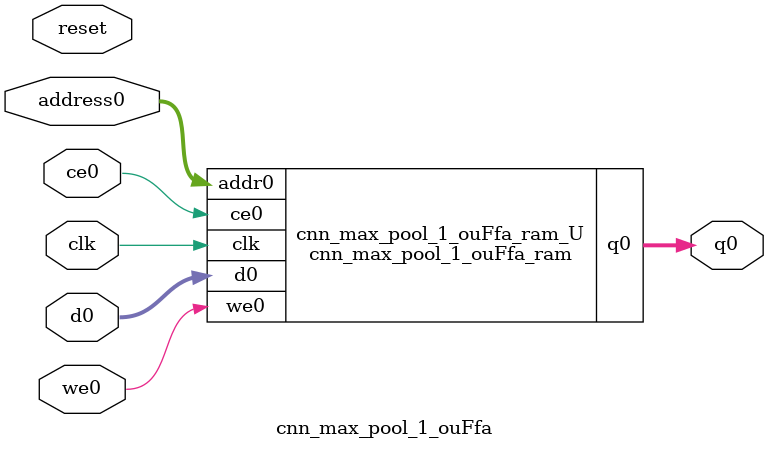
<source format=v>
`timescale 1 ns / 1 ps
module cnn_max_pool_1_ouFfa_ram (addr0, ce0, d0, we0, q0,  clk);

parameter DWIDTH = 14;
parameter AWIDTH = 10;
parameter MEM_SIZE = 1014;

input[AWIDTH-1:0] addr0;
input ce0;
input[DWIDTH-1:0] d0;
input we0;
output reg[DWIDTH-1:0] q0;
input clk;

(* ram_style = "block" *)reg [DWIDTH-1:0] ram[0:MEM_SIZE-1];




always @(posedge clk)  
begin 
    if (ce0) 
    begin
        if (we0) 
        begin 
            ram[addr0] <= d0; 
        end 
        q0 <= ram[addr0];
    end
end


endmodule

`timescale 1 ns / 1 ps
module cnn_max_pool_1_ouFfa(
    reset,
    clk,
    address0,
    ce0,
    we0,
    d0,
    q0);

parameter DataWidth = 32'd14;
parameter AddressRange = 32'd1014;
parameter AddressWidth = 32'd10;
input reset;
input clk;
input[AddressWidth - 1:0] address0;
input ce0;
input we0;
input[DataWidth - 1:0] d0;
output[DataWidth - 1:0] q0;



cnn_max_pool_1_ouFfa_ram cnn_max_pool_1_ouFfa_ram_U(
    .clk( clk ),
    .addr0( address0 ),
    .ce0( ce0 ),
    .we0( we0 ),
    .d0( d0 ),
    .q0( q0 ));

endmodule


</source>
